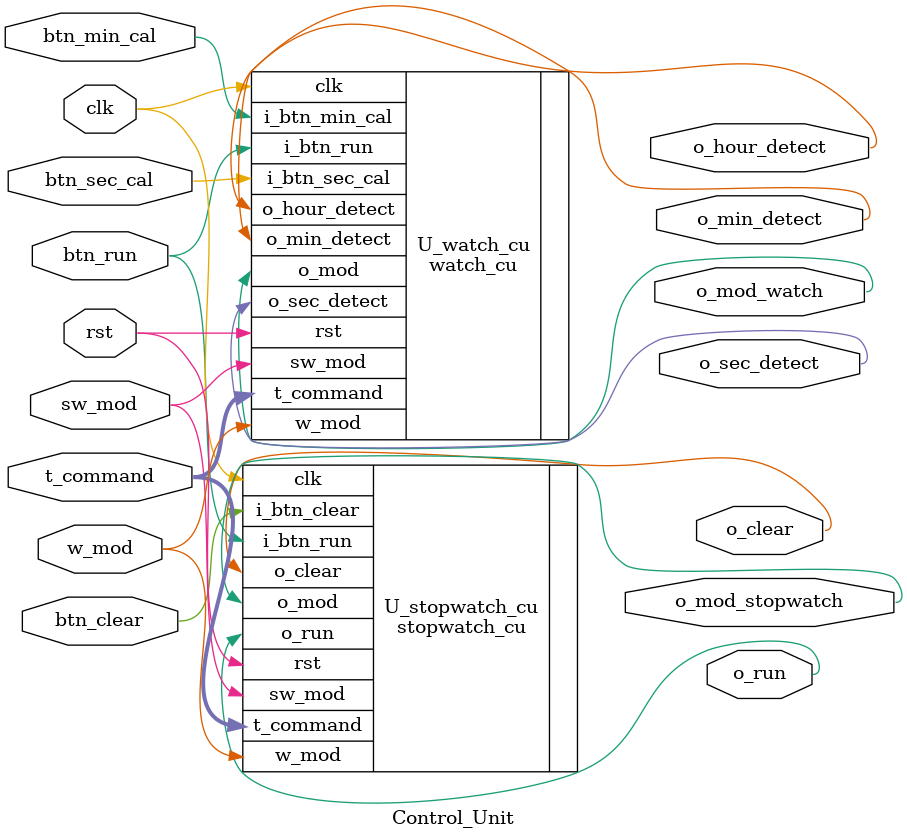
<source format=v>
module Control_Unit(
                    input clk,
                    input rst,
                    input btn_run,
                    input btn_clear,
                    input btn_sec_cal,
                    input btn_min_cal,
                    input sw_mod,
                    input w_mod,
                    input [3:0] t_command,
                    output o_run,
                    output o_clear,
                    output o_mod_stopwatch,
                    output o_mod_watch,
                    output o_sec_detect,
                    output o_min_detect,
                    output o_hour_detect
    );
// pm mod 는 w_mod가 1일때만 -> 어차피 watch cu에서 조작하면 되니까 상관 없음
// w_mod가 1이면 -> 버튼은 초분시 증감 // w_mod가 0이면 -> 시작 클리어(나머지 동작 x)

stopwatch_cu U_stopwatch_cu(
                            .clk(clk),
                            .rst(rst),
                            .i_btn_run(btn_run),
                            .i_btn_clear(btn_clear),
                            .sw_mod(sw_mod),
                            .w_mod(w_mod),
                            .t_command(t_command),
                            .o_run(o_run),
                            .o_clear(o_clear),
                            .o_mod(o_mod_stopwatch)
);
watch_cu U_watch_cu(
                            .clk(clk),
                            .rst(rst),
                            .i_btn_run(btn_run),
                            .i_btn_sec_cal(btn_sec_cal),
                            .i_btn_min_cal(btn_min_cal),
                            .sw_mod(sw_mod),
                            .w_mod(w_mod),
                            .t_command(t_command),
                            .o_mod(o_mod_watch),
                            .o_sec_detect(o_sec_detect),
                            .o_min_detect(o_min_detect),
                            .o_hour_detect(o_hour_detect)
);

endmodule

</source>
